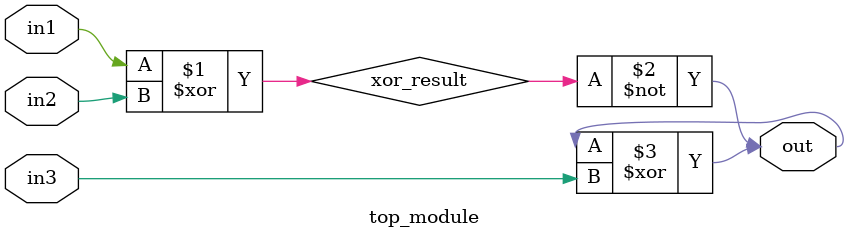
<source format=sv>
module top_module (
    input in1,
    input in2,
    input in3,
    output logic out
);
    
    // Intermediate wire to store the result of the XOR operation
    wire xor_result;
    
    // Perform XOR operation between in1 and in2
    assign xor_result = in1 ^ in2;
    
    // Perform bitwise NOT operation on xor_result
    assign out = ~xor_result;
    
    // Perform XOR operation between the result of NOT(in1 XOR in2) and in3
    assign out = out ^ in3;
    
endmodule

</source>
